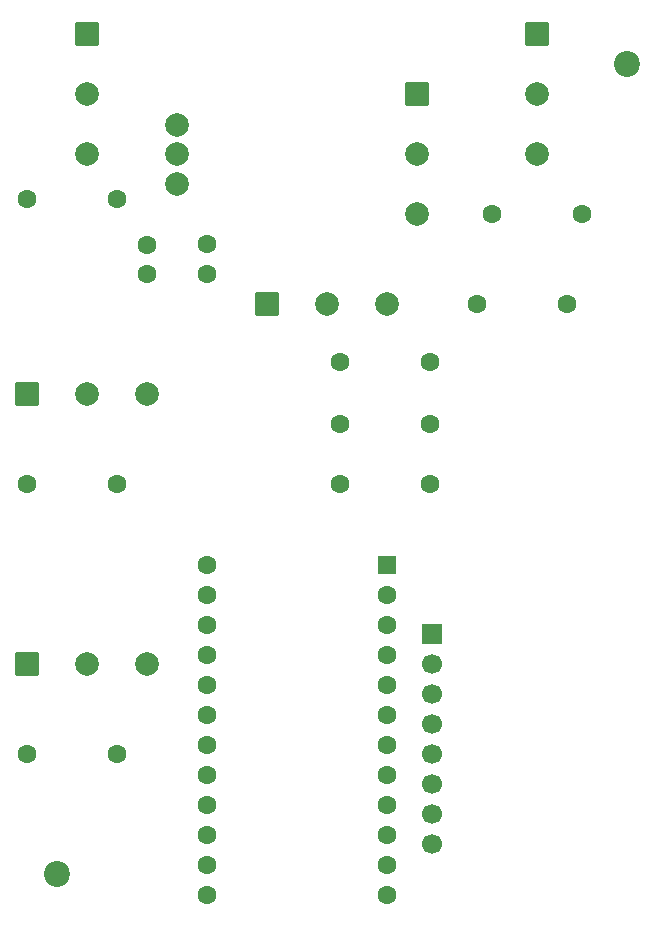
<source format=gbr>
%TF.GenerationSoftware,KiCad,Pcbnew,9.0.1*%
%TF.CreationDate,2026-01-07T21:00:54-05:00*%
%TF.ProjectId,mouse-micro,6d6f7573-652d-46d6-9963-726f2e6b6963,rev?*%
%TF.SameCoordinates,Original*%
%TF.FileFunction,Soldermask,Bot*%
%TF.FilePolarity,Negative*%
%FSLAX46Y46*%
G04 Gerber Fmt 4.6, Leading zero omitted, Abs format (unit mm)*
G04 Created by KiCad (PCBNEW 9.0.1) date 2026-01-07 21:00:54*
%MOMM*%
%LPD*%
G01*
G04 APERTURE LIST*
G04 Aperture macros list*
%AMRoundRect*
0 Rectangle with rounded corners*
0 $1 Rounding radius*
0 $2 $3 $4 $5 $6 $7 $8 $9 X,Y pos of 4 corners*
0 Add a 4 corners polygon primitive as box body*
4,1,4,$2,$3,$4,$5,$6,$7,$8,$9,$2,$3,0*
0 Add four circle primitives for the rounded corners*
1,1,$1+$1,$2,$3*
1,1,$1+$1,$4,$5*
1,1,$1+$1,$6,$7*
1,1,$1+$1,$8,$9*
0 Add four rect primitives between the rounded corners*
20,1,$1+$1,$2,$3,$4,$5,0*
20,1,$1+$1,$4,$5,$6,$7,0*
20,1,$1+$1,$6,$7,$8,$9,0*
20,1,$1+$1,$8,$9,$2,$3,0*%
G04 Aperture macros list end*
%ADD10C,1.600000*%
%ADD11C,1.700000*%
%ADD12R,1.700000X1.700000*%
%ADD13R,1.600000X1.600000*%
%ADD14RoundRect,0.102000X-0.900000X-0.900000X0.900000X-0.900000X0.900000X0.900000X-0.900000X0.900000X0*%
%ADD15C,2.004000*%
%ADD16RoundRect,0.102000X-0.900000X0.900000X-0.900000X-0.900000X0.900000X-0.900000X0.900000X0.900000X0*%
%ADD17C,2.006600*%
%ADD18C,2.200000*%
G04 APERTURE END LIST*
D10*
%TO.C,C2*%
X127000000Y-71080000D03*
X127000000Y-68580000D03*
%TD*%
D11*
%TO.C,Sensor1*%
X146050000Y-119380000D03*
X146050000Y-116840000D03*
X146050000Y-114300000D03*
X146050000Y-111760000D03*
X146050000Y-109220000D03*
X146050000Y-106680000D03*
X146050000Y-104140000D03*
D12*
X146050000Y-101600000D03*
%TD*%
D10*
%TO.C,U1*%
X127000000Y-95706087D03*
X127000000Y-98246087D03*
X127000000Y-100786087D03*
X127000000Y-103326087D03*
X127000000Y-105866087D03*
X127000000Y-108406087D03*
X127000000Y-110946087D03*
X127000000Y-113486087D03*
X127000000Y-116026087D03*
X127000000Y-118566087D03*
X127000000Y-121106087D03*
X127000000Y-123646087D03*
X142240000Y-123646087D03*
X142240000Y-121106087D03*
X142240000Y-118566087D03*
X142240000Y-116026087D03*
X142240000Y-113486087D03*
X142240000Y-110946087D03*
X142240000Y-108406087D03*
X142240000Y-105866087D03*
X142240000Y-103326087D03*
X142240000Y-100786087D03*
X142240000Y-98246087D03*
D13*
X142240000Y-95706087D03*
%TD*%
D14*
%TO.C,SW6*%
X111760000Y-104140000D03*
D15*
X116840000Y-104140000D03*
X121920000Y-104140000D03*
%TD*%
D16*
%TO.C,SW3*%
X144780000Y-55880000D03*
D15*
X144780000Y-60960000D03*
X144780000Y-66040000D03*
%TD*%
D10*
%TO.C,R8*%
X138190000Y-83820000D03*
X145810000Y-83820000D03*
%TD*%
D16*
%TO.C,SW2*%
X116840000Y-50800000D03*
D15*
X116840000Y-55880000D03*
X116840000Y-60960000D03*
%TD*%
D10*
%TO.C,R3*%
X157480000Y-73660000D03*
X149860000Y-73660000D03*
%TD*%
%TO.C,R4*%
X145800000Y-78600000D03*
X138180000Y-78600000D03*
%TD*%
D14*
%TO.C,SW5*%
X111760000Y-81280000D03*
D15*
X116840000Y-81280000D03*
X121920000Y-81280000D03*
%TD*%
D14*
%TO.C,SW4*%
X132080000Y-73660000D03*
D15*
X137160000Y-73660000D03*
X142240000Y-73660000D03*
%TD*%
D17*
%TO.C,J1*%
X124460000Y-63460000D03*
X124460000Y-60960000D03*
X124460000Y-58460000D03*
%TD*%
D10*
%TO.C,R6*%
X119380000Y-111760000D03*
X111760000Y-111760000D03*
%TD*%
D16*
%TO.C,SW1*%
X154940000Y-50800000D03*
D15*
X154940000Y-55880000D03*
X154940000Y-60960000D03*
%TD*%
D18*
%TO.C,REF\u002A\u002A*%
X162560000Y-53340000D03*
%TD*%
%TO.C,REF\u002A\u002A*%
X114300000Y-121920000D03*
%TD*%
D10*
%TO.C,R5*%
X119380000Y-88900000D03*
X111760000Y-88900000D03*
%TD*%
%TO.C,R7*%
X138190000Y-88900000D03*
X145810000Y-88900000D03*
%TD*%
%TO.C,R2*%
X119380000Y-64770000D03*
X111760000Y-64770000D03*
%TD*%
%TO.C,C1*%
X121920000Y-68620000D03*
X121920000Y-71120000D03*
%TD*%
%TO.C,R1*%
X158750000Y-66040000D03*
X151130000Y-66040000D03*
%TD*%
M02*

</source>
